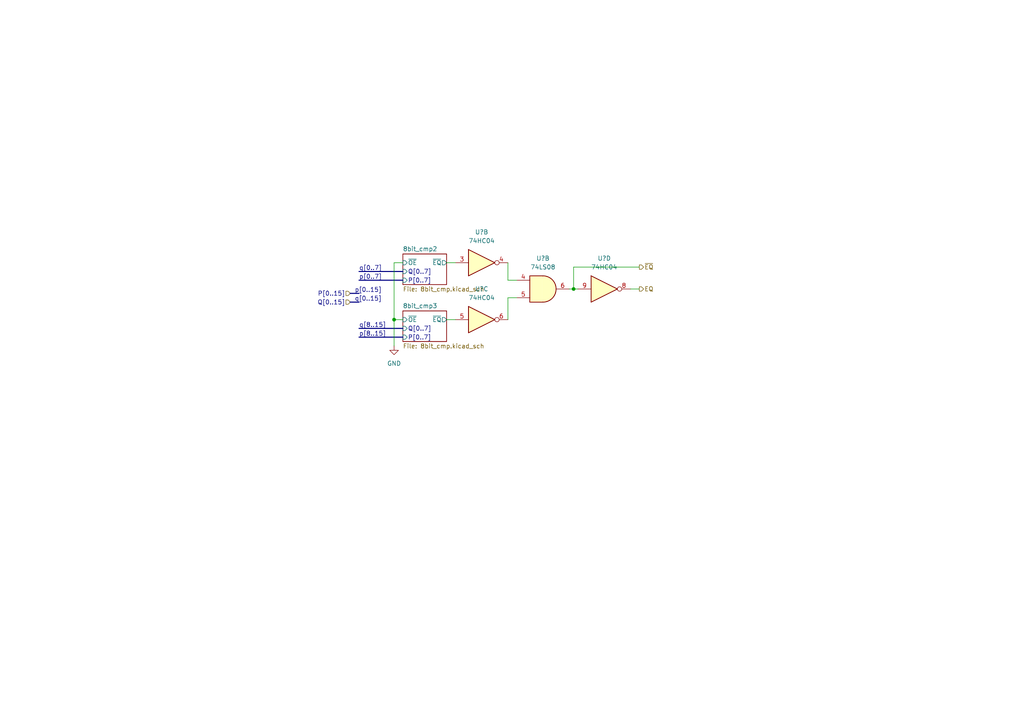
<source format=kicad_sch>
(kicad_sch (version 20211123) (generator eeschema)
  (paper "A4")
  (lib_symbols
    (symbol "74xx:74HC04"
      (property "Reference" "U" (at 0 1.27 0))
      (property "Value" "74HC04" (at 0 -1.27 0))
      (symbol "74HC04_1_0"
        (polyline (pts (xy -3.81 3.81) (xy -3.81 -3.81) (xy 3.81 0) (xy -3.81 3.81)) (stroke (width 0.254)) (fill (type background)))
        (pin input line (at -7.62 0 0) (length 3.81) (name "~") (number "1"))
        (pin output inverted (at 7.62 0 180) (length 3.81) (name "~") (number "2"))
      )
      (symbol "74HC04_2_0"
        (polyline (pts (xy -3.81 3.81) (xy -3.81 -3.81) (xy 3.81 0) (xy -3.81 3.81)) (stroke (width 0.254)) (fill (type background)))
        (pin input line (at -7.62 0 0) (length 3.81) (name "~") (number "3"))
        (pin output inverted (at 7.62 0 180) (length 3.81) (name "~") (number "4"))
      )
      (symbol "74HC04_3_0"
        (polyline (pts (xy -3.81 3.81) (xy -3.81 -3.81) (xy 3.81 0) (xy -3.81 3.81)) (stroke (width 0.254)) (fill (type background)))
        (pin input line (at -7.62 0 0) (length 3.81) (name "~") (number "5"))
        (pin output inverted (at 7.62 0 180) (length 3.81) (name "~") (number "6"))
      )
      (symbol "74HC04_4_0"
        (polyline (pts (xy -3.81 3.81) (xy -3.81 -3.81) (xy 3.81 0) (xy -3.81 3.81)) (stroke (width 0.254)) (fill (type background)))
        (pin output inverted (at 7.62 0 180) (length 3.81) (name "~") (number "8"))
        (pin input line (at -7.62 0 0) (length 3.81) (name "~") (number "9"))
      )
      (symbol "74HC04_5_0"
        (polyline (pts (xy -3.81 3.81) (xy -3.81 -3.81) (xy 3.81 0) (xy -3.81 3.81)) (stroke (width 0.254)) (fill (type background)))
        (pin output inverted (at 7.62 0 180) (length 3.81) (name "~") (number "10"))
        (pin input line (at -7.62 0 0) (length 3.81) (name "~") (number "11"))
      )
      (symbol "74HC04_6_0"
        (polyline (pts (xy -3.81 3.81) (xy -3.81 -3.81) (xy 3.81 0) (xy -3.81 3.81)) (stroke (width 0.254)) (fill (type background)))
        (pin output inverted (at 7.62 0 180) (length 3.81) (name "~") (number "12"))
        (pin input line (at -7.62 0 0) (length 3.81) (name "~") (number "13"))
      )
      (symbol "74HC04_7_0"
        (pin power_in line (at 0 12.7 270) (length 5.08) (name "VCC") (number "14"))
        (pin power_in line (at 0 -12.7 90) (length 5.08) (name "GND") (number "7"))
      )
      (symbol "74HC04_7_1"
        (rectangle (start -5.08 7.62) (end 5.08 -7.62) (stroke (width 0.254)) (fill (type background)))
      )
    )
    (symbol "74xx:74LS08" (pin_names (offset 1.016))
      (property "Reference" "U" (at 0 1.27 0))
      (property "Value" "74LS08" (at 0 -1.27 0))
      (symbol "74LS08_1_1"
        (arc (start 0 -3.81) (mid 3.81 0) (end 0 3.81) (stroke (width 0.254)) (fill (type background)))
        (polyline (pts (xy 0 3.81) (xy -3.81 3.81) (xy -3.81 -3.81) (xy 0 -3.81)) (stroke (width 0.254)) (fill (type background)))
        (pin input line (at -7.62 2.54 0) (length 3.81) (name "~") (number "1"))
        (pin input line (at -7.62 -2.54 0) (length 3.81) (name "~") (number "2"))
        (pin output line (at 7.62 0 180) (length 3.81) (name "~") (number "3"))
      )
      (symbol "74LS08_1_2"
        (arc (start -3.81 -3.81) (mid -2.589 0) (end -3.81 3.81) (stroke (width 0.254)))
        (arc (start -0.6096 -3.81) (mid 2.1842 -2.5851) (end 3.81 0) (stroke (width 0.254)) (fill (type background)))
        (polyline (pts (xy -3.81 -3.81) (xy -0.635 -3.81)) (stroke (width 0.254)) (fill (type background)))
        (polyline (pts (xy -3.81 3.81) (xy -0.635 3.81)) (stroke (width 0.254)) (fill (type background)))
        (polyline (pts (xy -0.635 3.81) (xy -3.81 3.81) (xy -3.81 3.81) (xy -3.556 3.4036) (xy -3.0226 2.2606) (xy -2.6924 1.0414) (xy -2.6162 -0.254) (xy -2.7686 -1.4986) (xy -3.175 -2.7178) (xy -3.81 -3.81) (xy -3.81 -3.81) (xy -0.635 -3.81)) (stroke (width -25.4)) (fill (type background)))
        (arc (start 3.81 0) (mid 2.1915 2.5936) (end -0.6096 3.81) (stroke (width 0.254)) (fill (type background)))
        (pin input inverted (at -7.62 2.54 0) (length 4.318) (name "~") (number "1"))
        (pin input inverted (at -7.62 -2.54 0) (length 4.318) (name "~") (number "2"))
        (pin output inverted (at 7.62 0 180) (length 3.81) (name "~") (number "3"))
      )
      (symbol "74LS08_2_1"
        (arc (start 0 -3.81) (mid 3.81 0) (end 0 3.81) (stroke (width 0.254)) (fill (type background)))
        (polyline (pts (xy 0 3.81) (xy -3.81 3.81) (xy -3.81 -3.81) (xy 0 -3.81)) (stroke (width 0.254)) (fill (type background)))
        (pin input line (at -7.62 2.54 0) (length 3.81) (name "~") (number "4"))
        (pin input line (at -7.62 -2.54 0) (length 3.81) (name "~") (number "5"))
        (pin output line (at 7.62 0 180) (length 3.81) (name "~") (number "6"))
      )
      (symbol "74LS08_2_2"
        (arc (start -3.81 -3.81) (mid -2.589 0) (end -3.81 3.81) (stroke (width 0.254)))
        (arc (start -0.6096 -3.81) (mid 2.1842 -2.5851) (end 3.81 0) (stroke (width 0.254)) (fill (type background)))
        (polyline (pts (xy -3.81 -3.81) (xy -0.635 -3.81)) (stroke (width 0.254)) (fill (type background)))
        (polyline (pts (xy -3.81 3.81) (xy -0.635 3.81)) (stroke (width 0.254)) (fill (type background)))
        (polyline (pts (xy -0.635 3.81) (xy -3.81 3.81) (xy -3.81 3.81) (xy -3.556 3.4036) (xy -3.0226 2.2606) (xy -2.6924 1.0414) (xy -2.6162 -0.254) (xy -2.7686 -1.4986) (xy -3.175 -2.7178) (xy -3.81 -3.81) (xy -3.81 -3.81) (xy -0.635 -3.81)) (stroke (width -25.4)) (fill (type background)))
        (arc (start 3.81 0) (mid 2.1915 2.5936) (end -0.6096 3.81) (stroke (width 0.254)) (fill (type background)))
        (pin input inverted (at -7.62 2.54 0) (length 4.318) (name "~") (number "4"))
        (pin input inverted (at -7.62 -2.54 0) (length 4.318) (name "~") (number "5"))
        (pin output inverted (at 7.62 0 180) (length 3.81) (name "~") (number "6"))
      )
      (symbol "74LS08_3_1"
        (arc (start 0 -3.81) (mid 3.81 0) (end 0 3.81) (stroke (width 0.254)) (fill (type background)))
        (polyline (pts (xy 0 3.81) (xy -3.81 3.81) (xy -3.81 -3.81) (xy 0 -3.81)) (stroke (width 0.254)) (fill (type background)))
        (pin input line (at -7.62 -2.54 0) (length 3.81) (name "~") (number "10"))
        (pin output line (at 7.62 0 180) (length 3.81) (name "~") (number "8"))
        (pin input line (at -7.62 2.54 0) (length 3.81) (name "~") (number "9"))
      )
      (symbol "74LS08_3_2"
        (arc (start -3.81 -3.81) (mid -2.589 0) (end -3.81 3.81) (stroke (width 0.254)))
        (arc (start -0.6096 -3.81) (mid 2.1842 -2.5851) (end 3.81 0) (stroke (width 0.254)) (fill (type background)))
        (polyline (pts (xy -3.81 -3.81) (xy -0.635 -3.81)) (stroke (width 0.254)) (fill (type background)))
        (polyline (pts (xy -3.81 3.81) (xy -0.635 3.81)) (stroke (width 0.254)) (fill (type background)))
        (polyline (pts (xy -0.635 3.81) (xy -3.81 3.81) (xy -3.81 3.81) (xy -3.556 3.4036) (xy -3.0226 2.2606) (xy -2.6924 1.0414) (xy -2.6162 -0.254) (xy -2.7686 -1.4986) (xy -3.175 -2.7178) (xy -3.81 -3.81) (xy -3.81 -3.81) (xy -0.635 -3.81)) (stroke (width -25.4)) (fill (type background)))
        (arc (start 3.81 0) (mid 2.1915 2.5936) (end -0.6096 3.81) (stroke (width 0.254)) (fill (type background)))
        (pin input inverted (at -7.62 -2.54 0) (length 4.318) (name "~") (number "10"))
        (pin output inverted (at 7.62 0 180) (length 3.81) (name "~") (number "8"))
        (pin input inverted (at -7.62 2.54 0) (length 4.318) (name "~") (number "9"))
      )
      (symbol "74LS08_4_1"
        (arc (start 0 -3.81) (mid 3.81 0) (end 0 3.81) (stroke (width 0.254)) (fill (type background)))
        (polyline (pts (xy 0 3.81) (xy -3.81 3.81) (xy -3.81 -3.81) (xy 0 -3.81)) (stroke (width 0.254)) (fill (type background)))
        (pin output line (at 7.62 0 180) (length 3.81) (name "~") (number "11"))
        (pin input line (at -7.62 2.54 0) (length 3.81) (name "~") (number "12"))
        (pin input line (at -7.62 -2.54 0) (length 3.81) (name "~") (number "13"))
      )
      (symbol "74LS08_4_2"
        (arc (start -3.81 -3.81) (mid -2.589 0) (end -3.81 3.81) (stroke (width 0.254)))
        (arc (start -0.6096 -3.81) (mid 2.1842 -2.5851) (end 3.81 0) (stroke (width 0.254)) (fill (type background)))
        (polyline (pts (xy -3.81 -3.81) (xy -0.635 -3.81)) (stroke (width 0.254)) (fill (type background)))
        (polyline (pts (xy -3.81 3.81) (xy -0.635 3.81)) (stroke (width 0.254)) (fill (type background)))
        (polyline (pts (xy -0.635 3.81) (xy -3.81 3.81) (xy -3.81 3.81) (xy -3.556 3.4036) (xy -3.0226 2.2606) (xy -2.6924 1.0414) (xy -2.6162 -0.254) (xy -2.7686 -1.4986) (xy -3.175 -2.7178) (xy -3.81 -3.81) (xy -3.81 -3.81) (xy -0.635 -3.81)) (stroke (width -25.4)) (fill (type background)))
        (arc (start 3.81 0) (mid 2.1915 2.5936) (end -0.6096 3.81) (stroke (width 0.254)) (fill (type background)))
        (pin output inverted (at 7.62 0 180) (length 3.81) (name "~") (number "11"))
        (pin input inverted (at -7.62 2.54 0) (length 4.318) (name "~") (number "12"))
        (pin input inverted (at -7.62 -2.54 0) (length 4.318) (name "~") (number "13"))
      )
      (symbol "74LS08_5_0"
        (pin power_in line (at 0 12.7 270) (length 5.08) (name "VCC") (number "14"))
        (pin power_in line (at 0 -12.7 90) (length 5.08) (name "GND") (number "7"))
      )
      (symbol "74LS08_5_1"
        (rectangle (start -5.08 7.62) (end 5.08 -7.62) (stroke (width 0.254)) (fill (type background)))
      )
    )
    (symbol "power:GND" (power) (pin_names (offset 0))
      (property "Value" "GND" (at 0 -3.81 0))
      (symbol "GND_0_1"
        (polyline (pts (xy 0 0) (xy 0 -1.27) (xy 1.27 -1.27) (xy 0 -2.54) (xy -1.27 -1.27) (xy 0 -1.27)))
      )
      (symbol "GND_1_1"
        (pin power_in line (at 0 0 270) (length 0) hide (name "GND") (number "1"))
      )
    )
  )
  (junction (at 166.37 83.82))
  (junction (at 114.3 92.71))
  (bus (pts (xy 104.14 81.28) (xy 116.84 81.28)))
  (wire (pts (xy 147.32 86.36) (xy 149.86 86.36)))
  (wire (pts (xy 129.54 76.2) (xy 132.08 76.2)))
  (bus (pts (xy 104.14 78.74) (xy 116.84 78.74)))
  (wire (pts (xy 114.3 76.2) (xy 116.84 76.2)))
  (bus (pts (xy 104.14 97.79) (xy 116.84 97.79)))
  (wire (pts (xy 147.32 76.2) (xy 147.32 81.28)))
  (bus (pts (xy 101.6 87.63) (xy 104.14 87.63)))
  (bus (pts (xy 104.14 95.25) (xy 116.84 95.25)))
  (wire (pts (xy 114.3 100.33) (xy 114.3 92.71)))
  (wire (pts (xy 147.32 81.28) (xy 149.86 81.28)))
  (wire (pts (xy 114.3 92.71) (xy 114.3 76.2)))
  (wire (pts (xy 182.88 83.82) (xy 185.42 83.82)))
  (wire (pts (xy 166.37 83.82) (xy 167.64 83.82)))
  (wire (pts (xy 166.37 77.47) (xy 185.42 77.47)))
  (wire (pts (xy 166.37 83.82) (xy 166.37 77.47)))
  (bus (pts (xy 101.6 85.09) (xy 104.14 85.09)))
  (wire (pts (xy 114.3 92.71) (xy 116.84 92.71)))
  (wire (pts (xy 165.1 83.82) (xy 166.37 83.82)))
  (wire (pts (xy 147.32 92.71) (xy 147.32 86.36)))
  (wire (pts (xy 129.54 92.71) (xy 132.08 92.71)))
  (label "p[0..15]" (at 102.87 85.09 0))
  (label "q[0..7]" (at 104.14 78.74 0))
  (label "q[8..15]" (at 104.14 95.25 0))
  (label "q[0..15]" (at 102.87 87.63 0))
  (label "p[8..15]" (at 104.14 97.79 0))
  (label "p[0..7]" (at 104.14 81.28 0))
  (hierarchical_label "~{EQ}" (shape output) (at 185.42 77.47 0))
  (hierarchical_label "P[0..15]" (shape input) (at 101.6 85.09 180))
  (hierarchical_label "EQ" (shape output) (at 185.42 83.82 0))
  (hierarchical_label "Q[0..15]" (shape input) (at 101.6 87.63 180))
  (symbol (lib_id "74xx:74LS08") (at 157.48 83.82 0) (unit 2)
    (property "Reference" "U?" (at 157.48 74.93 0))
    (property "Value" "74LS08" (at 157.48 77.47 0))
    (property "Datasheet" "http://www.ti.com/lit/gpn/sn74LS08" (effects hide))
  )
  (symbol (lib_id "74xx:74HC04") (at 175.26 83.82 0) (unit 4)
    (property "Reference" "U?" (at 175.26 74.93 0))
    (property "Value" "74HC04" (at 175.26 77.47 0))
    (property "Datasheet" "https://assets.nexperia.com/documents/data-sheet/74HC_HCT04.pdf" (effects hide))
  )
  (symbol (lib_id "power:GND") (at 114.3 100.33 0) (unit 1)
    (property "Reference" "#PWR?" (effects hide))
    (property "Value" "GND" (at 114.3 105.41 0))
  )
  (symbol (lib_id "74xx:74HC04") (at 139.7 76.2 0) (unit 2)
    (property "Reference" "U?" (at 139.7 67.31 0))
    (property "Value" "74HC04" (at 139.7 69.85 0))
    (property "Datasheet" "https://assets.nexperia.com/documents/data-sheet/74HC_HCT04.pdf" (effects hide))
  )
  (symbol (lib_id "74xx:74HC04") (at 139.7 92.71 0) (unit 3)
    (property "Reference" "U?" (at 139.7 83.82 0))
    (property "Value" "74HC04" (at 139.7 86.36 0))
    (property "Datasheet" "https://assets.nexperia.com/documents/data-sheet/74HC_HCT04.pdf" (effects hide))
  )
  (sheet (at 116.84 90.17) (size 12.7 8.89) (stroke (width 0.1524))
    (property "Sheet name" "8bit_cmp3" (at 116.84 89.4584 0) (effects (justify left bottom)))
    (property "Sheet file" "8bit_cmp.kicad_sch" (at 116.84 99.6446 0) (effects (justify left top)))
    (pin "~{OE}" input (at 116.84 92.71 180))
    (pin "Q[0..7]" input (at 116.84 95.25 180))
    (pin "P[0..7]" input (at 116.84 97.79 180))
    (pin "~{EQ}" output (at 129.54 92.71 0))
  )
  (sheet (at 116.84 73.66) (size 12.7 8.89) (stroke (width 0.1524))
    (property "Sheet name" "8bit_cmp2" (at 116.84 72.9484 0) (effects (justify left bottom)))
    (property "Sheet file" "8bit_cmp.kicad_sch" (at 116.84 83.1346 0) (effects (justify left top)))
    (pin "~{OE}" input (at 116.84 76.2 180))
    (pin "Q[0..7]" input (at 116.84 78.74 180))
    (pin "P[0..7]" input (at 116.84 81.28 180))
    (pin "~{EQ}" output (at 129.54 76.2 0))
  )
)
</source>
